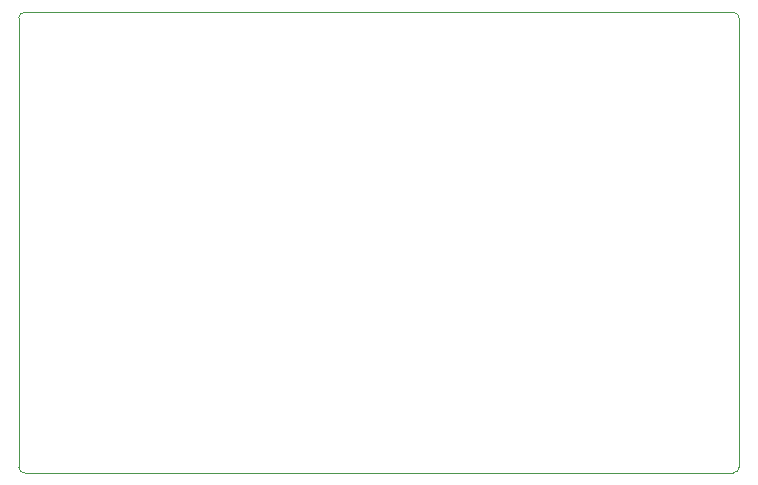
<source format=gbr>
%TF.GenerationSoftware,KiCad,Pcbnew,8.0.6*%
%TF.CreationDate,2024-10-24T21:34:22-07:00*%
%TF.ProjectId,PedalSynth,50656461-6c53-4796-9e74-682e6b696361,r1.0*%
%TF.SameCoordinates,Original*%
%TF.FileFunction,Profile,NP*%
%FSLAX46Y46*%
G04 Gerber Fmt 4.6, Leading zero omitted, Abs format (unit mm)*
G04 Created by KiCad (PCBNEW 8.0.6) date 2024-10-24 21:34:22*
%MOMM*%
%LPD*%
G01*
G04 APERTURE LIST*
%TA.AperFunction,Profile*%
%ADD10C,0.100000*%
%TD*%
G04 APERTURE END LIST*
D10*
X185100000Y-99300000D02*
G75*
G02*
X184600000Y-99800000I-500000J0D01*
G01*
X124100000Y-61300000D02*
G75*
G02*
X124600000Y-60800000I500000J0D01*
G01*
X184600000Y-60800000D02*
G75*
G02*
X185100000Y-61300000I0J-500000D01*
G01*
X124100000Y-99300000D02*
X124100000Y-61300000D01*
X185100000Y-61300000D02*
X185100000Y-99300000D01*
X124600000Y-99800000D02*
G75*
G02*
X124100000Y-99300000I0J500000D01*
G01*
X124600000Y-60800000D02*
X184600000Y-60800000D01*
X184600000Y-99800000D02*
X124600000Y-99800000D01*
M02*

</source>
